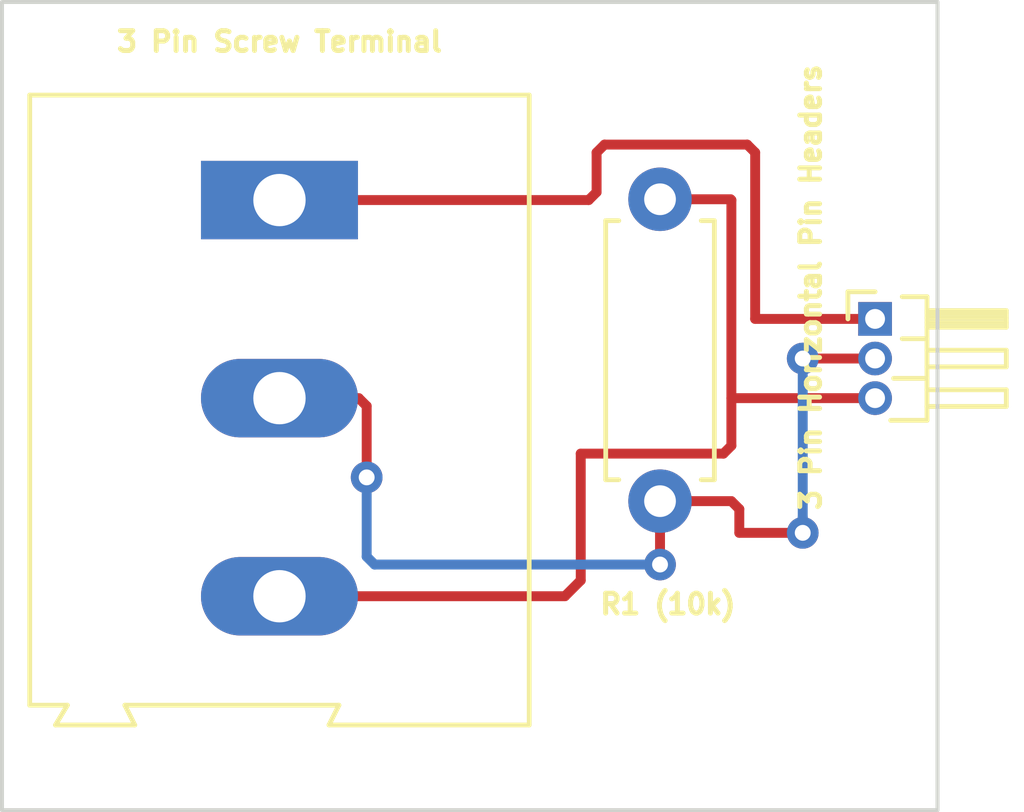
<source format=kicad_pcb>
(kicad_pcb (version 20211014) (generator pcbnew)
  (layers (0 "F.Cu" signal) (31 "B.Cu" signal) (34 "B.Paste" user) (35 "F.Paste" user) (36 "B.SilkS" user "B.Silkscreen") (37 "F.SilkS" user "F.Silkscreen") (38 "B.Mask" user) (39 "F.Mask" user) (44 "Edge.Cuts" user))
  (net 0 "")
  (net 1 "Net-(J1-Pad1)")
  (net 2 "Net-(R1-Pad1)")
  (net 3 "Net-(R1-Pad2)")
  (footprint "Resistor_THT:R_Axial_DIN0207_L6.3mm_D2.5mm_P7.62mm_Horizontal" (layer "F.Cu") (at 180.6 96.2 90)
    (fp_text reference "R1 (10k)" (at -2.6 0.2 180) (layer "F.SilkS") (effects (font (size 0.5 0.5) (thickness 0.125))))
    (fp_text value "10k" hide)
    (fp_line (start 0.54 1.04) (end 0.54 1.37) (layer "F.SilkS") (width 0.12))
    (fp_line (start 0.54 -1.04) (end 0.54 -1.37) (layer "F.SilkS") (width 0.12))
    (fp_line (start 7.08 1.37) (end 7.08 1.04) (layer "F.SilkS") (width 0.12))
    (fp_line (start 0.54 1.37) (end 7.08 1.37) (layer "F.SilkS") (width 0.12))
    (fp_line (start 7.08 -1.37) (end 7.08 -1.04) (layer "F.SilkS") (width 0.12))
    (fp_line (start 0.54 -1.37) (end 7.08 -1.37) (layer "F.SilkS") (width 0.12))
    (pad "1" thru_hole circle (at 0 0 90) (size 1.6 1.6) (drill 0.8) (layers *.Cu *.Mask) (net 2 "Net-(R1-Pad1)"))
    (pad "2" thru_hole oval (at 7.62 0 90) (size 1.6 1.6) (drill 0.8) (layers *.Cu *.Mask) (net 3 "Net-(R1-Pad2)"))
  )
  (footprint "TerminalBlock:TerminalBlock_Altech_AK300-3_P5.00mm" (layer "F.Cu") (at 171 88.6 -90)
    (fp_text reference "3 Pin Screw Terminal" (at -4 0 180) (layer "F.SilkS") (effects (font (size 0.5 0.5) (thickness 0.125))))
    (fp_text value "Screw_Terminal_01x03" hide)
    (fp_line (start 13.25 -1.25) (end 13.25 -6.3) (layer "F.SilkS") (width 0.12))
    (fp_line (start -2.65 -6.3) (end -2.65 6.3) (layer "F.SilkS") (width 0.12))
    (fp_line (start 12.75 6.3) (end 12.75 5.35) (layer "F.SilkS") (width 0.12))
    (fp_line (start 12.75 -1.5) (end 13.25 -1.25) (layer "F.SilkS") (width 0.12))
    (fp_line (start 13.25 5.65) (end 13.25 3.65) (layer "F.SilkS") (width 0.12))
    (fp_line (start 12.75 3.9) (end 12.75 -1.5) (layer "F.SilkS") (width 0.12))
    (fp_line (start 13.25 3.65) (end 12.75 3.9) (layer "F.SilkS") (width 0.12))
    (fp_line (start -2.65 6.3) (end 12.75 6.3) (layer "F.SilkS") (width 0.12))
    (fp_line (start 13.25 -6.3) (end -2.65 -6.3) (layer "F.SilkS") (width 0.12))
    (fp_line (start 12.75 5.35) (end 13.25 5.65) (layer "F.SilkS") (width 0.12))
    (pad "1" thru_hole rect (at 0 0 270) (size 1.98 3.96) (drill 1.32) (layers *.Cu *.Mask) (net 1 "Net-(J1-Pad1)"))
    (pad "2" thru_hole oval (at 5 0 270) (size 1.98 3.96) (drill 1.32) (layers *.Cu *.Mask) (net 2 "Net-(R1-Pad1)"))
    (pad "3" thru_hole oval (at 10 0 270) (size 1.98 3.96) (drill 1.32) (layers *.Cu *.Mask) (net 3 "Net-(R1-Pad2)"))
  )
  (footprint "Connector_PinHeader_1.00mm:PinHeader_1x03_P1.00mm_Horizontal" (layer "F.Cu") (at 186.025 91.6)
    (fp_text reference "3 Pin Horizontal Pin Headers" (at -1.625 -0.8 270) (layer "F.SilkS") (effects (font (size 0.5 0.5) (thickness 0.125))))
    (fp_text value "Pin header x 3" hide)
    (fp_line (start 1.31 -0.15) (end 3.31 -0.15) (layer "F.SilkS") (width 0.12))
    (fp_line (start 1.31 -0.03) (end 3.31 -0.03) (layer "F.SilkS") (width 0.12))
    (fp_line (start 3.31 0.21) (end 1.31 0.21) (layer "F.SilkS") (width 0.12))
    (fp_line (start 1.31 -0.21) (end 3.31 -0.21) (layer "F.SilkS") (width 0.12))
    (fp_line (start 1.31 1.79) (end 3.31 1.79) (layer "F.SilkS") (width 0.12))
    (fp_line (start 3.31 0.79) (end 3.31 1.21) (layer "F.SilkS") (width 0.12))
    (fp_line (start 3.31 -0.21) (end 3.31 0.21) (layer "F.SilkS") (width 0.12))
    (fp_line (start -0.685 0) (end -0.685 -0.685) (layer "F.SilkS") (width 0.12))
    (fp_line (start 1.31 0.79) (end 3.31 0.79) (layer "F.SilkS") (width 0.12))
    (fp_line (start 0.468215 1.5) (end 1.31 1.5) (layer "F.SilkS") (width 0.12))
    (fp_line (start 3.31 1.21) (end 1.31 1.21) (layer "F.SilkS") (width 0.12))
    (fp_line (start 3.31 1.79) (end 3.31 2.21) (layer "F.SilkS") (width 0.12))
    (fp_line (start 1.31 0.09) (end 3.31 0.09) (layer "F.SilkS") (width 0.12))
    (fp_line (start 1.31 -0.56) (end 1.31 2.56) (layer "F.SilkS") (width 0.12))
    (fp_line (start 3.31 2.21) (end 1.31 2.21) (layer "F.SilkS") (width 0.12))
    (fp_line (start 0.685 0.5) (end 1.31 0.5) (layer "F.SilkS") (width 0.12))
    (fp_line (start 1.31 2.56) (end 0.394493 2.56) (layer "F.SilkS") (width 0.12))
    (fp_line (start -0.685 -0.685) (end 0 -0.685) (layer "F.SilkS") (width 0.12))
    (fp_line (start 0.685 -0.56) (end 1.31 -0.56) (layer "F.SilkS") (width 0.12))
    (pad "1" thru_hole rect (at 0 0) (size 0.85 0.85) (drill 0.5) (layers *.Cu *.Mask) (net 1 "Net-(J1-Pad1)"))
    (pad "2" thru_hole oval (at 0 1) (size 0.85 0.85) (drill 0.5) (layers *.Cu *.Mask) (net 2 "Net-(R1-Pad1)"))
    (pad "3" thru_hole oval (at 0 2) (size 0.85 0.85) (drill 0.5) (layers *.Cu *.Mask) (net 3 "Net-(R1-Pad2)"))
  )
  (gr_rect (start 164 83.6) (end 187.6 104) (layer "Edge.Cuts") (width 0.1) (fill none))
  (segment (start 179.2 87.2) (end 182.8 87.2) (width 0.25) (layer "F.Cu") (net 1))
  (segment (start 171 88.6) (end 178.8 88.6) (width 0.25) (layer "F.Cu") (net 1))
  (segment (start 183 91.6) (end 186.025 91.6) (width 0.25) (layer "F.Cu") (net 1))
  (segment (start 179 88.4) (end 179 87.4) (width 0.25) (layer "F.Cu") (net 1))
  (segment (start 179 87.4) (end 179.2 87.2) (width 0.25) (layer "F.Cu") (net 1))
  (segment (start 183 87.4) (end 183 91.6) (width 0.25) (layer "F.Cu") (net 1))
  (segment (start 182.8 87.2) (end 183 87.4) (width 0.25) (layer "F.Cu") (net 1))
  (segment (start 178.8 88.6) (end 179 88.4) (width 0.25) (layer "F.Cu") (net 1))
  (segment (start 173.2 95.6) (end 173.2 93.8) (width 0.25) (layer "F.Cu") (net 2))
  (segment (start 182.6 96.4) (end 182.4 96.2) (width 0.25) (layer "F.Cu") (net 2))
  (segment (start 184.4 92.6) (end 184.2 92.6) (width 0.25) (layer "F.Cu") (net 2))
  (segment (start 182.6 97) (end 182.6 96.4) (width 0.25) (layer "F.Cu") (net 2))
  (segment (start 180.6 96.2) (end 180.6 97.8) (width 0.25) (layer "F.Cu") (net 2))
  (segment (start 173 93.6) (end 171 93.6) (width 0.25) (layer "F.Cu") (net 2))
  (segment (start 182.4 96.2) (end 180.6 96.2) (width 0.25) (layer "F.Cu") (net 2))
  (segment (start 186.025 92.6) (end 184.4 92.6) (width 0.25) (layer "F.Cu") (net 2))
  (segment (start 184.2 97) (end 182.6 97) (width 0.25) (layer "F.Cu") (net 2))
  (segment (start 173.2 93.8) (end 173 93.6) (width 0.25) (layer "F.Cu") (net 2))
  (via (at 184.2 97) (size 0.8) (drill 0.4) (layers "F.Cu" "B.Cu") (net 2))
  (via (at 180.6 97.8) (size 0.8) (drill 0.4) (layers "F.Cu" "B.Cu") (net 2))
  (via (at 173.2 95.6) (size 0.8) (drill 0.4) (layers "F.Cu" "B.Cu") (net 2))
  (via (at 184.2 92.6) (size 0.8) (drill 0.4) (layers "F.Cu" "B.Cu") (net 2))
  (segment (start 184.2 92.6) (end 184.2 96.6) (width 0.25) (layer "B.Cu") (net 2))
  (segment (start 180.6 97.8) (end 173.4 97.8) (width 0.25) (layer "B.Cu") (net 2))
  (segment (start 173.4 97.8) (end 173.2 97.6) (width 0.25) (layer "B.Cu") (net 2))
  (segment (start 184.2 96.6) (end 184.2 97) (width 0.25) (layer "B.Cu") (net 2))
  (segment (start 173.2 97.6) (end 173.2 95.6) (width 0.25) (layer "B.Cu") (net 2))
  (segment (start 182.38 88.58) (end 180.6 88.58) (width 0.25) (layer "F.Cu") (net 3))
  (segment (start 182.4 93.6) (end 182.4 88.6) (width 0.25) (layer "F.Cu") (net 3))
  (segment (start 182.4 94.8) (end 182.2 95) (width 0.25) (layer "F.Cu") (net 3))
  (segment (start 178.6 95) (end 178.6 98.2) (width 0.25) (layer "F.Cu") (net 3))
  (segment (start 182.4 88.6) (end 182.38 88.58) (width 0.25) (layer "F.Cu") (net 3))
  (segment (start 178.6 98.2) (end 178.2 98.6) (width 0.25) (layer "F.Cu") (net 3))
  (segment (start 171 98.6) (end 171 98.18) (width 0.25) (layer "F.Cu") (net 3))
  (segment (start 182.4 93.6) (end 182.4 94.8) (width 0.25) (layer "F.Cu") (net 3))
  (segment (start 178.2 98.6) (end 171 98.6) (width 0.25) (layer "F.Cu") (net 3))
  (segment (start 182.2 95) (end 178.6 95) (width 0.25) (layer "F.Cu") (net 3))
  (segment (start 186.025 93.6) (end 182.4 93.6) (width 0.25) (layer "F.Cu") (net 3))
)
</source>
